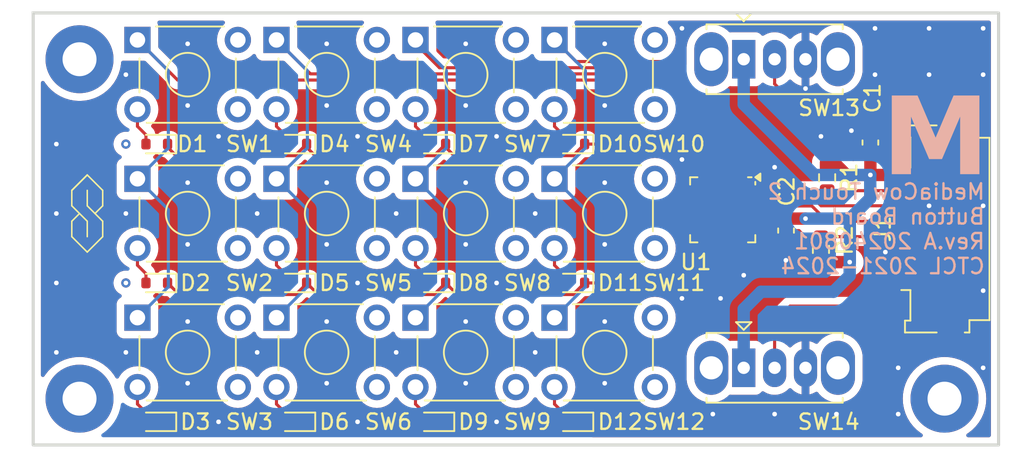
<source format=kicad_pcb>
(kicad_pcb (version 20240108) (generator "pcbnew") (generator_version "8.0")
  (layers (0 "F.Cu" signal) (31 "B.Cu" signal) (34 "B.Paste" user) (35 "F.Paste" user) (36 "B.SilkS" user "B.Silkscreen") (37 "F.SilkS" user "F.Silkscreen") (38 "B.Mask" user) (39 "F.Mask" user) (44 "Edge.Cuts" user))
  (net 0 "")
  (net 1 "GND")
  (net 2 "VCC")
  (net 3 "Net-(D1-A)")
  (net 4 "Net-(D1-K)")
  (net 5 "Net-(D2-A)")
  (net 6 "Net-(D11-K)")
  (net 7 "Net-(D3-A)")
  (net 8 "Net-(D12-K)")
  (net 9 "Net-(D4-A)")
  (net 10 "Net-(D5-A)")
  (net 11 "Net-(D6-A)")
  (net 12 "Net-(D7-A)")
  (net 13 "Net-(D8-A)")
  (net 14 "Net-(D9-A)")
  (net 15 "Net-(D10-A)")
  (net 16 "Net-(D11-A)")
  (net 17 "Net-(D12-A)")
  (net 18 "Net-(J1-Pin_6)")
  (net 19 "Net-(J1-Pin_5)")
  (net 20 "Net-(J1-Pin_2)")
  (net 21 "Net-(J1-Pin_1)")
  (net 22 "Net-(J1-Pin_4)")
  (net 23 "Net-(J1-Pin_7)")
  (net 24 "Net-(U1-ROW7)")
  (net 25 "Net-(U1-ROW6)")
  (net 26 "Net-(U1-ROW5)")
  (net 27 "Net-(U1-ROW4)")
  (footprint "mediacow:SW_TH_Tactile_Omron_B3F-10xx_center" (layer "F.Cu") (at 45 53)
    (property "Reference" "SW2" (at 4 4.5 0) (layer "F.SilkS"))
    (property "Value" "B3F-1052")
    (pad "1" thru_hole rect (at -3.25 -2.25) (size 1.7 1.7) (drill 1) (layers "*.Cu" "*.Mask") (net 27 "Net-(U1-ROW4)"))
    (pad "1" thru_hole circle (at 3.25 -2.25) (size 1.7 1.7) (drill 1) (layers "*.Cu" "*.Mask") (net 27 "Net-(U1-ROW4)"))
    (pad "2" thru_hole circle (at -3.25 2.25) (size 1.7 1.7) (drill 1) (layers "*.Cu" "*.Mask") (net 5 "Net-(D2-A)"))
    (pad "2" thru_hole circle (at 3.25 2.25) (size 1.7 1.7) (drill 1) (layers "*.Cu" "*.Mask") (net 5 "Net-(D2-A)"))
  )
  (footprint "Diode_SMD:D_SOD-523" (layer "F.Cu") (at 70 57.5 180)
    (property "Reference" "D11" (at -3 0 180) (layer "F.SilkS"))
    (property "Value" "1N4148WT")
    (pad "1" smd roundrect (at -0.7 0) (size 0.6 0.7) (layers "F.Cu" "F.Paste" "F.Mask") (net 6 "Net-(D11-K)"))
    (pad "2" smd roundrect (at 0.7 0) (size 0.6 0.7) (layers "F.Cu" "F.Paste" "F.Mask") (net 16 "Net-(D11-A)"))
  )
  (footprint "MountingHole:MountingHole_2.2mm_M2_Pad" (layer "F.Cu") (at 38 65)
    (property "Reference" "H2" (hide yes))
    (property "Value" "MountingHole")
    (pad "1" thru_hole circle (at 0 0) (size 4.4 4.4) (drill 2.2) (layers "*.Cu" "*.Mask"))
  )
  (footprint "mediacow:SW_TH_Tactile_Omron_B3F-10xx_center" (layer "F.Cu") (at 72 44)
    (property "Reference" "SW10" (at 4.5 4.5 0) (layer "F.SilkS"))
    (property "Value" "B3F-1052")
    (pad "1" thru_hole rect (at -3.25 -2.25) (size 1.7 1.7) (drill 1) (layers "*.Cu" "*.Mask") (net 24 "Net-(U1-ROW7)"))
    (pad "1" thru_hole circle (at 3.25 -2.25) (size 1.7 1.7) (drill 1) (layers "*.Cu" "*.Mask") (net 24 "Net-(U1-ROW7)"))
    (pad "2" thru_hole circle (at -3.25 2.25) (size 1.7 1.7) (drill 1) (layers "*.Cu" "*.Mask") (net 15 "Net-(D10-A)"))
    (pad "2" thru_hole circle (at 3.25 2.25) (size 1.7 1.7) (drill 1) (layers "*.Cu" "*.Mask") (net 15 "Net-(D10-A)"))
  )
  (footprint "Resistor_SMD:R_0603_1608Metric" (layer "F.Cu") (at 86 55.325 90)
    (property "Reference" "R2" (at 0.595 1.54 -90) (layer "F.SilkS"))
    (property "Value" "10K")
    (pad "1" smd roundrect (at -0.825 0 90) (size 0.8 0.95) (layers "F.Cu" "F.Paste" "F.Mask") (net 2 "VCC"))
    (pad "2" smd roundrect (at 0.825 0 90) (size 0.8 0.95) (layers "F.Cu" "F.Paste" "F.Mask") (net 22 "Net-(J1-Pin_4)"))
  )
  (footprint "Diode_SMD:D_SOD-523" (layer "F.Cu") (at 43 48.5 180)
    (property "Reference" "D1" (at -2.3 0 180) (layer "F.SilkS"))
    (property "Value" "1N4148WT")
    (pad "1" smd roundrect (at -0.7 0) (size 0.6 0.7) (layers "F.Cu" "F.Paste" "F.Mask") (net 4 "Net-(D1-K)"))
    (pad "2" smd roundrect (at 0.7 0) (size 0.6 0.7) (layers "F.Cu" "F.Paste" "F.Mask") (net 3 "Net-(D1-A)"))
  )
  (footprint "mediacow:SW_TH_Tactile_Omron_B3F-10xx_center" (layer "F.Cu") (at 45 62)
    (property "Reference" "SW3" (at 4 4.5 0) (layer "F.SilkS"))
    (property "Value" "B3F-1052")
    (pad "1" thru_hole rect (at -3.25 -2.25) (size 1.7 1.7) (drill 1) (layers "*.Cu" "*.Mask") (net 27 "Net-(U1-ROW4)"))
    (pad "1" thru_hole circle (at 3.25 -2.25) (size 1.7 1.7) (drill 1) (layers "*.Cu" "*.Mask") (net 27 "Net-(U1-ROW4)"))
    (pad "2" thru_hole circle (at -3.25 2.25) (size 1.7 1.7) (drill 1) (layers "*.Cu" "*.Mask") (net 7 "Net-(D3-A)"))
    (pad "2" thru_hole circle (at 3.25 2.25) (size 1.7 1.7) (drill 1) (layers "*.Cu" "*.Mask") (net 7 "Net-(D3-A)"))
  )
  (footprint "Diode_SMD:D_SOD-523" (layer "F.Cu") (at 52 66.5 180)
    (property "Reference" "D6" (at -2.5 0 180) (layer "F.SilkS"))
    (property "Value" "1N4148WT")
    (pad "1" smd roundrect (at -0.7 0) (size 0.6 0.7) (layers "F.Cu" "F.Paste" "F.Mask") (net 8 "Net-(D12-K)"))
    (pad "2" smd roundrect (at 0.7 0) (size 0.6 0.7) (layers "F.Cu" "F.Paste" "F.Mask") (net 11 "Net-(D6-A)"))
  )
  (footprint "mediacow:SW_TH_Tactile_Omron_B3F-10xx_center" (layer "F.Cu") (at 63 62)
    (property "Reference" "SW9" (at 4 4.5 0) (layer "F.SilkS"))
    (property "Value" "B3F-1052")
    (pad "1" thru_hole rect (at -3.25 -2.25) (size 1.7 1.7) (drill 1) (layers "*.Cu" "*.Mask") (net 25 "Net-(U1-ROW6)"))
    (pad "1" thru_hole circle (at 3.25 -2.25) (size 1.7 1.7) (drill 1) (layers "*.Cu" "*.Mask") (net 25 "Net-(U1-ROW6)"))
    (pad "2" thru_hole circle (at -3.25 2.25) (size 1.7 1.7) (drill 1) (layers "*.Cu" "*.Mask") (net 14 "Net-(D9-A)"))
    (pad "2" thru_hole circle (at 3.25 2.25) (size 1.7 1.7) (drill 1) (layers "*.Cu" "*.Mask") (net 14 "Net-(D9-A)"))
  )
  (footprint "Diode_SMD:D_SOD-523" (layer "F.Cu") (at 43 66.5 180)
    (property "Reference" "D3" (at -2.5 0 180) (layer "F.SilkS"))
    (property "Value" "1N4148WT")
    (pad "1" smd roundrect (at -0.7 0) (size 0.6 0.7) (layers "F.Cu" "F.Paste" "F.Mask") (net 8 "Net-(D12-K)"))
    (pad "2" smd roundrect (at 0.7 0) (size 0.6 0.7) (layers "F.Cu" "F.Paste" "F.Mask") (net 7 "Net-(D3-A)"))
  )
  (footprint "mediacow:SW_TH_Tactile_Omron_B3F-10xx_center" (layer "F.Cu") (at 63 53)
    (property "Reference" "SW8" (at 4 4.5 0) (layer "F.SilkS"))
    (property "Value" "B3F-1052")
    (pad "1" thru_hole rect (at -3.25 -2.25) (size 1.7 1.7) (drill 1) (layers "*.Cu" "*.Mask") (net 25 "Net-(U1-ROW6)"))
    (pad "1" thru_hole circle (at 3.25 -2.25) (size 1.7 1.7) (drill 1) (layers "*.Cu" "*.Mask") (net 25 "Net-(U1-ROW6)"))
    (pad "2" thru_hole circle (at -3.25 2.25) (size 1.7 1.7) (drill 1) (layers "*.Cu" "*.Mask") (net 13 "Net-(D8-A)"))
    (pad "2" thru_hole circle (at 3.25 2.25) (size 1.7 1.7) (drill 1) (layers "*.Cu" "*.Mask") (net 13 "Net-(D8-A)"))
  )
  (footprint "mediacow:SW_TH_Tactile_Omron_B3F-10xx_center" (layer "F.Cu") (at 54 44)
    (property "Reference" "SW4" (at 4 4.5 0) (layer "F.SilkS"))
    (property "Value" "B3F-1052")
    (pad "1" thru_hole rect (at -3.25 -2.25) (size 1.7 1.7) (drill 1) (layers "*.Cu" "*.Mask") (net 26 "Net-(U1-ROW5)"))
    (pad "1" thru_hole circle (at 3.25 -2.25) (size 1.7 1.7) (drill 1) (layers "*.Cu" "*.Mask") (net 26 "Net-(U1-ROW5)"))
    (pad "2" thru_hole circle (at -3.25 2.25) (size 1.7 1.7) (drill 1) (layers "*.Cu" "*.Mask") (net 9 "Net-(D4-A)"))
    (pad "2" thru_hole circle (at 3.25 2.25) (size 1.7 1.7) (drill 1) (layers "*.Cu" "*.Mask") (net 9 "Net-(D4-A)"))
  )
  (footprint "MountingHole:MountingHole_2.2mm_M2_Pad" (layer "F.Cu") (at 38 43)
    (property "Reference" "H1" (hide yes))
    (property "Value" "MountingHole")
    (pad "1" thru_hole circle (at 0 0) (size 4.4 4.4) (drill 2.2) (layers "*.Cu" "*.Mask"))
  )
  (footprint "mediacow:SW_Slide_SPDT_Straight_CK_OS102011MS2Q_center" (layer "F.Cu") (at 83 63)
    (property "Reference" "SW14" (at 3.5 3.5 0) (layer "F.SilkS"))
    (property "Value" "OS102011MS2QN1C")
    (pad "" thru_hole oval (at -4.1 0) (size 2.2 3.5) (drill 1.5) (layers "*.Cu" "*.Mask"))
    (pad "" thru_hole oval (at 4.1 0) (size 2.2 3.5) (drill 1.5) (layers "*.Cu" "*.Mask"))
    (pad "1" thru_hole rect (at -2 0) (size 1.5 2.5) (drill 0.8) (layers "*.Cu" "*.Mask") (net 2 "VCC"))
    (pad "2" thru_hole oval (at 0 0) (size 1.5 2.5) (drill 0.8) (layers "*.Cu" "*.Mask") (net 21 "Net-(J1-Pin_1)"))
    (pad "3" thru_hole oval (at 2 0) (size 1.5 2.5) (drill 0.8) (layers "*.Cu" "*.Mask") (net 1 "GND"))
  )
  (footprint "mediacow:SW_Slide_SPDT_Straight_CK_OS102011MS2Q_center" (layer "F.Cu") (at 83 43)
    (property "Reference" "SW13" (at 3.53 3.16 0) (layer "F.SilkS"))
    (property "Value" "OS102011MS2QN1C")
    (pad "" thru_hole oval (at -4.1 0) (size 2.2 3.5) (drill 1.5) (layers "*.Cu" "*.Mask"))
    (pad "" thru_hole oval (at 4.1 0) (size 2.2 3.5) (drill 1.5) (layers "*.Cu" "*.Mask"))
    (pad "1" thru_hole rect (at -2 0) (size 1.5 2.5) (drill 0.8) (layers "*.Cu" "*.Mask") (net 2 "VCC"))
    (pad "2" thru_hole oval (at 0 0) (size 1.5 2.5) (drill 0.8) (layers "*.Cu" "*.Mask") (net 20 "Net-(J1-Pin_2)"))
    (pad "3" thru_hole oval (at 2 0) (size 1.5 2.5) (drill 0.8) (layers "*.Cu" "*.Mask") (net 1 "GND"))
  )
  (footprint "Diode_SMD:D_SOD-523" (layer "F.Cu") (at 52 48.5 180)
    (property "Reference" "D4" (at -2.5 0 180) (layer "F.SilkS"))
    (property "Value" "1N4148WT")
    (pad "1" smd roundrect (at -0.7 0) (size 0.6 0.7) (layers "F.Cu" "F.Paste" "F.Mask") (net 4 "Net-(D1-K)"))
    (pad "2" smd roundrect (at 0.7 0) (size 0.6 0.7) (layers "F.Cu" "F.Paste" "F.Mask") (net 9 "Net-(D4-A)"))
  )
  (footprint "Diode_SMD:D_SOD-523" (layer "F.Cu") (at 52 57.5 180)
    (property "Reference" "D5" (at -2.5 0 180) (layer "F.SilkS"))
    (property "Value" "1N4148WT")
    (pad "1" smd roundrect (at -0.7 0) (size 0.6 0.7) (layers "F.Cu" "F.Paste" "F.Mask") (net 6 "Net-(D11-K)"))
    (pad "2" smd roundrect (at 0.7 0) (size 0.6 0.7) (layers "F.Cu" "F.Paste" "F.Mask") (net 10 "Net-(D5-A)"))
  )
  (footprint "Diode_SMD:D_SOD-523" (layer "F.Cu") (at 61 57.5 180)
    (property "Reference" "D8" (at -2.5 0 180) (layer "F.SilkS"))
    (property "Value" "1N4148WT")
    (pad "1" smd roundrect (at -0.7 0) (size 0.6 0.7) (layers "F.Cu" "F.Paste" "F.Mask") (net 6 "Net-(D11-K)"))
    (pad "2" smd roundrect (at 0.7 0) (size 0.6 0.7) (layers "F.Cu" "F.Paste" "F.Mask") (net 13 "Net-(D8-A)"))
  )
  (footprint "Connector_FFC-FPC:Molex_200528-0080_1x08-1MP_P1.00mm_Horizontal" (layer "F.Cu") (at 92.61 54 90)
    (property "Reference" "J1" (at 0 -2.61 -90) (layer "F.SilkS"))
    (property "Value" "Conn_01x08")
    (pad "1" smd rect (at -3.5 -0.91 90) (size 0.4 1) (layers "F.Cu" "F.Paste" "F.Mask") (net 21 "Net-(J1-Pin_1)"))
    (pad "2" smd rect (at -2.5 -0.91 90) (size 0.4 1) (layers "F.Cu" "F.Paste" "F.Mask") (net 20 "Net-(J1-Pin_2)"))
    (pad "3" smd rect (at -1.5 -0.91 90) (size 0.4 1) (layers "F.Cu" "F.Paste" "F.Mask") (net 1 "GND"))
    (pad "4" smd rect (at -0.5 -0.91 90) (size 0.4 1) (layers "F.Cu" "F.Paste" "F.Mask") (net 22 "Net-(J1-Pin_4)"))
    (pad "5" smd rect (at 0.5 -0.91 90) (size 0.4 1) (layers "F.Cu" "F.Paste" "F.Mask") (net 19 "Net-(J1-Pin_5)"))
    (pad "6" smd rect (at 1.5 -0.91 90) (size 0.4 1) (layers "F.Cu" "F.Paste" "F.Mask") (net 18 "Net-(J1-Pin_6)"))
    (pad "7" smd rect (at 2.5 -0.91 90) (size 0.4 1) (layers "F.Cu" "F.Paste" "F.Mask") (net 23 "Net-(J1-Pin_7)"))
    (pad "8" smd rect (at 3.5 -0.91 90) (size 0.4 1) (layers "F.Cu" "F.Paste" "F.Mask") (net 2 "VCC"))
    (pad "MP" smd rect (at -6.3 1.79 90) (size 2 1.3) (layers "F.Cu" "F.Paste" "F.Mask"))
    (pad "MP" smd rect (at 6.3 1.79 90) (size 2 1.3) (layers "F.Cu" "F.Paste" "F.Mask"))
  )
  (footprint "Package_DFN_QFN:Texas_RTW_WQFN-24-1EP_4x4mm_P0.5mm_EP2.7x2.7mm" (layer "F.Cu") (at 79.64 52.76 -90)
    (property "Reference" "U1" (at 3.39 1.74 0) (layer "F.SilkS"))
    (property "Value" "TCA8418")
    (pad "1" smd roundrect (at -1.9625 -1.25 270) (size 0.825 0.25) (layers "F.Cu" "F.Paste" "F.Mask") (net 24 "Net-(U1-ROW7)"))
    (pad "2" smd roundrect (at -1.9625 -0.75 270) (size 0.825 0.25) (layers "F.Cu" "F.Paste" "F.Mask") (net 25 "Net-(U1-ROW6)"))
    (pad "3" smd roundrect (at -1.9625 -0.25 270) (size 0.825 0.25) (layers "F.Cu" "F.Paste" "F.Mask") (net 26 "Net-(U1-ROW5)"))
    (pad "4" smd roundrect (at -1.9625 0.25 270) (size 0.825 0.25) (layers "F.Cu" "F.Paste" "F.Mask") (net 27 "Net-(U1-ROW4)"))
    (pad "5" smd roundrect (at -1.9625 0.75 270) (size 0.825 0.25) (layers "F.Cu" "F.Paste" "F.Mask"))
    (pad "6" smd roundrect (at -1.9625 1.25 270) (size 0.825 0.25) (layers "F.Cu" "F.Paste" "F.Mask"))
    (pad "7" smd roundrect (at -1.25 1.9625 270) (size 0.25 0.825) (layers "F.Cu" "F.Paste" "F.Mask"))
    (pad "8" smd roundrect (at -0.75 1.9625 270) (size 0.25 0.825) (layers "F.Cu" "F.Paste" "F.Mask"))
    (pad "9" smd roundrect (at -0.25 1.9625 270) (size 0.25 0.825) (layers "F.Cu" "F.Paste" "F.Mask") (net 4 "Net-(D1-K)"))
    (pad "10" smd roundrect (at 0.25 1.9625 270) (size 0.25 0.825) (layers "F.Cu" "F.Paste" "F.Mask") (net 6 "Net-(D11-K)"))
    (pad "11" smd roundrect (at 0.75 1.9625 270) (size 0.25 0.825) (layers "F.Cu" "F.Paste" "F.Mask") (net 8 "Net-(D12-K)"))
    (pad "12" smd roundrect (at 1.25 1.9625 270) (size 0.25 0.825) (layers "F.Cu" "F.Paste" "F.Mask"))
    (pad "13" smd roundrect (at 1.9625 1.25 270) (size 0.825 0.25) (layers "F.Cu" "F.Paste" "F.Mask"))
    (pad "14" smd roundrect (at 1.9625 0.75 270) (size 0.825 0.25) (layers "F.Cu" "F.Paste" "F.Mask"))
    (pad "15" smd roundrect (at 1.9625 0.25 270) (size 0.825 0.25) (layers "F.Cu" "F.Paste" "F.Mask"))
    (pad "16" smd roundrect (at 1.9625 -0.25 270) (size 0.825 0.25) (layers "F.Cu" "F.Paste" "F.Mask"))
    (pad "17" smd roundrect (at 1.9625 -0.75 270) (size 0.825 0.25) (layers "F.Cu" "F.Paste" "F.Mask"))
    (pad "18" smd roundrect (at 1.9625 -1.25 270) (size 0.825 0.25) (layers "F.Cu" "F.Paste" "F.Mask"))
    (pad "19" smd roundrect (at 1.25 -1.9625 270) (size 0.25 0.825) (layers "F.Cu" "F.Paste" "F.Mask") (net 1 "GND"))
    (pad "20" smd roundrect (at 0.75 -1.9625 270) (size 0.25 0.825) (layers "F.Cu" "F.Paste" "F.Mask") (net 22 "Net-(J1-Pin_4)"))
    (pad "21" smd roundrect (at 0.25 -1.9625 270) (size 0.25 0.825) (layers "F.Cu" "F.Paste" "F.Mask") (net 2 "VCC"))
    (pad "22" smd roundrect (at -0.25 -1.9625 270) (size 0.25 0.825) (layers "F.Cu" "F.Paste" "F.Mask") (net 19 "Net-(J1-Pin_5)"))
    (pad "23" smd roundrect (at -0.75 -1.9625 270) (size 0.25 0.825) (layers "F.Cu" "F.Paste" "F.Mask") (net 18 "Net-(J1-Pin_6)"))
    (pad "24" smd roundrect (at -1.25 -1.9625 270) (size 0.25 0.825) (layers "F.Cu" "F.Paste" "F.Mask") (net 23 "Net-(J1-Pin_7)"))
    (pad "25" smd rect (at 0 0 270) (size 2.7 2.7) (property pad_prop_heatsink) (layers "F.Cu" "F.Mask"))
  )
  (footprint "Diode_SMD:D_SOD-523" (layer "F.Cu") (at 43 57.5 180)
    (property "Reference" "D2" (at -2.5 0 180) (layer "F.SilkS"))
    (property "Value" "1N4148WT")
    (pad "1" smd roundrect (at -0.7 0) (size 0.6 0.7) (layers "F.Cu" "F.Paste" "F.Mask") (net 6 "Net-(D11-K)"))
    (pad "2" smd roundrect (at 0.7 0) (size 0.6 0.7) (layers "F.Cu" "F.Paste" "F.Mask") (net 5 "Net-(D2-A)"))
  )
  (footprint "mediacow:SW_TH_Tactile_Omron_B3F-10xx_center" (layer "F.Cu") (at 54 53)
    (property "Reference" "SW5" (at 4 4.5 0) (layer "F.SilkS"))
    (property "Value" "B3F-1052")
    (pad "1" thru_hole rect (at -3.25 -2.25) (size 1.7 1.7) (drill 1) (layers "*.Cu" "*.Mask") (net 26 "Net-(U1-ROW5)"))
    (pad "1" thru_hole circle (at 3.25 -2.25) (size 1.7 1.7) (drill 1) (layers "*.Cu" "*.Mask") (net 26 "Net-(U1-ROW5)"))
    (pad "2" thru_hole circle (at -3.25 2.25) (size 1.7 1.7) (drill 1) (layers "*.Cu" "*.Mask") (net 10 "Net-(D5-A)"))
    (pad "2" thru_hole circle (at 3.25 2.25) (size 1.7 1.7) (drill 1) (layers "*.Cu" "*.Mask") (net 10 "Net-(D5-A)"))
  )
  (footprint "Diode_SMD:D_SOD-523" (layer "F.Cu") (at 70 66.5 180)
    (property "Reference" "D12" (at -3 0 180) (layer "F.SilkS"))
    (property "Value" "1N4148WT")
    (pad "1" smd roundrect (at -0.7 0) (size 0.6 0.7) (layers "F.Cu" "F.Paste" "F.Mask") (net 8 "Net-(D12-K)"))
    (pad "2" smd roundrect (at 0.7 0) (size 0.6 0.7) (layers "F.Cu" "F.Paste" "F.Mask") (net 17 "Net-(D12-A)"))
  )
  (footprint "mediacow:SW_TH_Tactile_Omron_B3F-10xx_center" (layer "F.Cu") (at 72 53)
    (property "Reference" "SW11" (at 4.5 4.5 0) (layer "F.SilkS"))
    (property "Value" "B3F-1052")
    (pad "1" thru_hole rect (at -3.25 -2.25) (size 1.7 1.7) (drill 1) (layers "*.Cu" "*.Mask") (net 24 "Net-(U1-ROW7)"))
    (pad "1" thru_hole circle (at 3.25 -2.25) (size 1.7 1.7) (drill 1) (layers "*.Cu" "*.Mask") (net 24 "Net-(U1-ROW7)"))
    (pad "2" thru_hole circle (at -3.25 2.25) (size 1.7 1.7) (drill 1) (layers "*.Cu" "*.Mask") (net 16 "Net-(D11-A)"))
    (pad "2" thru_hole circle (at 3.25 2.25) (size 1.7 1.7) (drill 1) (layers "*.Cu" "*.Mask") (net 16 "Net-(D11-A)"))
  )
  (footprint "mediacow:SW_TH_Tactile_Omron_B3F-10xx_center" (layer "F.Cu") (at 63 44)
    (property "Reference" "SW7" (at 4 4.5 0) (layer "F.SilkS"))
    (property "Value" "B3F-1052")
    (pad "1" thru_hole rect (at -3.25 -2.25) (size 1.7 1.7) (drill 1) (layers "*.Cu" "*.Mask") (net 25 "Net-(U1-ROW6)"))
    (pad "1" thru_hole circle (at 3.25 -2.25) (size 1.7 1.7) (drill 1) (layers "*.Cu" "*.Mask") (net 25 "Net-(U1-ROW6)"))
    (pad "2" thru_hole circle (at -3.25 2.25) (size 1.7 1.7) (drill 1) (layers "*.Cu" "*.Mask") (net 12 "Net-(D7-A)"))
    (pad "2" thru_hole circle (at 3.25 2.25) (size 1.7 1.7) (drill 1) (layers "*.Cu" "*.Mask") (net 12 "Net-(D7-A)"))
  )
  (footprint "Resistor_SMD:R_0603_1608Metric" (layer "F.Cu") (at 86.4 50.685 -90)
    (property "Reference" "R1" (at 0 -1.43 90) (layer "F.SilkS"))
    (property "Value" "10K")
    (pad "1" smd roundrect (at -0.825 0 270) (size 0.8 0.95) (layers "F.Cu" "F.Paste" "F.Mask") (net 2 "VCC"))
    (pad "2" smd roundrect (at 0.825 0 270) (size 0.8 0.95) (layers "F.Cu" "F.Paste" "F.Mask") (net 23 "Net-(J1-Pin_7)"))
  )
  (footprint "mediacow:SW_TH_Tactile_Omron_B3F-10xx_center" (layer "F.Cu") (at 45 44)
    (property "Reference" "SW1" (at 4 4.5 0) (layer "F.SilkS"))
    (property "Value" "B3F-1052")
    (pad "1" thru_hole rect (at -3.25 -2.25) (size 1.7 1.7) (drill 1) (layers "*.Cu" "*.Mask") (net 27 "Net-(U1-ROW4)"))
    (pad "1" thru_hole circle (at 3.25 -2.25) (size 1.7 1.7) (drill 1) (layers "*.Cu" "*.Mask") (net 27 "Net-(U1-ROW4)"))
    (pad "2" thru_hole circle (at -3.25 2.25) (size 1.7 1.7) (drill 1) (layers "*.Cu" "*.Mask") (net 3 "Net-(D1-A)"))
    (pad "2" thru_hole circle (at 3.25 2.25) (size 1.7 1.7) (drill 1) (layers "*.Cu" "*.Mask") (net 3 "Net-(D1-A)"))
  )
  (footprint "Diode_SMD:D_SOD-523" (layer "F.Cu") (at 61 66.5 180)
    (property "Reference" "D9" (at -2.5 0 180) (layer "F.SilkS"))
    (property "Value" "1N4148WT")
    (pad "1" smd roundrect (at -0.7 0) (size 0.6 0.7) (layers "F.Cu" "F.Paste" "F.Mask") (net 8 "Net-(D12-K)"))
    (pad "2" smd roundrect (at 0.7 0) (size 0.6 0.7) (layers "F.Cu" "F.Paste" "F.Mask") (net 14 "Net-(D9-A)"))
  )
  (footprint "Capacitor_SMD:C_0603_1608Metric" (layer "F.Cu") (at 89.2 48.4 90)
    (property "Reference" "C1" (at 2.875 0.14 -90) (layer "F.SilkS"))
    (property "Value" "100nF")
    (pad "1" smd roundrect (at -0.775 0 90) (size 0.9 0.95) (layers "F.Cu" "F.Paste" "F.Mask") (net 2 "VCC"))
    (pad "2" smd roundrect (at 0.775 0 90) (size 0.9 0.95) (layers "F.Cu" "F.Paste" "F.Mask") (net 1 "GND"))
  )
  (footprint "MountingHole:MountingHole_2.2mm_M2_Pad" (layer "F.Cu") (at 94 65)
    (property "Reference" "H4" (hide yes))
    (property "Value" "MountingHole")
    (pad "1" thru_hole circle (at 0 0) (size 4.4 4.4) (drill 2.2) (layers "*.Cu" "*.Mask"))
  )
  (footprint "Diode_SMD:D_SOD-523" (layer "F.Cu") (at 61 48.5 180)
    (property "Reference" "D7" (at -2.5 0 180) (layer "F.SilkS"))
    (property "Value" "1N4148WT")
    (pad "1" smd roundrect (at -0.7 0) (size 0.6 0.7) (layers "F.Cu" "F.Paste" "F.Mask") (net 4 "Net-(D1-K)"))
    (pad "2" smd roundrect (at 0.7 0) (size 0.6 0.7) (layers "F.Cu" "F.Paste" "F.Mask") (net 12 "Net-(D7-A)"))
  )
  (footprint "Diode_SMD:D_SOD-523" (layer "F.Cu") (at 70 48.5 180)
    (property "Reference" "D10" (at -3 0 180) (layer "F.SilkS"))
    (property "Value" "1N4148WT")
    (pad "1" smd roundrect (at -0.7 0) (size 0.6 0.7) (layers "F.Cu" "F.Paste" "F.Mask") (net 4 "Net-(D1-K)"))
    (pad "2" smd roundrect (at 0.7 0) (size 0.6 0.7) (layers "F.Cu" "F.Paste" "F.Mask") (net 15 "Net-(D10-A)"))
  )
  (footprint "Capacitor_SMD:C_0603_1608Metric" (layer "F.Cu") (at 83.74 54.105 -90)
    (property "Reference" "C2" (at -2.535 -0.03 90) (layer "F.SilkS"))
    (property "Value" "1uF")
    (pad "1" smd roundrect (at -0.775 0 270) (size 0.9 0.95) (layers "F.Cu" "F.Paste" "F.Mask") (net 2 "VCC"))
    (pad "2" smd roundrect (at 0.775 0 270) (size 0.9 0.95) (layers "F.Cu" "F.Paste" "F.Mask") (net 1 "GND"))
  )
  (footprint "mediacow:SW_TH_Tactile_Omron_B3F-10xx_center" (layer "F.Cu") (at 72 62)
    (property "Reference" "SW12" (at 4.5 4.5 0) (layer "F.SilkS"))
    (property "Value" "B3F-1052")
    (pad "1" thru_hole rect (at -3.25 -2.25) (size 1.7 1.7) (drill 1) (layers "*.Cu" "*.Mask") (net 24 "Net-(U1-ROW7)"))
    (pad "1" thru_hole circle (at 3.25 -2.25) (size 1.7 1.7) (drill 1) (layers "*.Cu" "*.Mask") (net 24 "Net-(U1-ROW7)"))
    (pad "2" thru_hole circle (at -3.25 2.25) (size 1.7 1.7) (drill 1) (layers "*.Cu" "*.Mask") (net 17 "Net-(D12-A)"))
    (pad "2" thru_hole circle (at 3.25 2.25) (size 1.7 1.7) (drill 1) (layers "*.Cu" "*.Mask") (net 17 "Net-(D12-A)"))
  )
  (footprint "mediacow:SW_TH_Tactile_Omron_B3F-10xx_center" (layer "F.Cu") (at 54 62)
    (property "Reference" "SW6" (at 4 4.5 0) (layer "F.SilkS"))
    (property "Value" "B3F-1052")
    (pad "1" thru_hole rect (at -3.25 -2.25) (size 1.7 1.7) (drill 1) (layers "*.Cu" "*.Mask") (net 26 "Net-(U1-ROW5)"))
    (pad "1" thru_hole circle (at 3.25 -2.25) (size 1.7 1.7) (drill 1) (layers "*.Cu" "*.Mask") (net 26 "Net-(U1-ROW5)"))
    (pad "2" thru_hole circle (at -3.25 2.25) (size 1.7 1.7) (drill 1) (layers "*.Cu" "*.Mask") (net 11 "Net-(D6-A)"))
    (pad "2" thru_hole circle (at 3.25 2.25) (size 1.7 1.7) (drill 1) (layers "*.Cu" "*.Mask") (net 11 "Net-(D6-A)"))
  )
  (gr_line (start 39.5 51.5) (end 38.5 50.5) (stroke (width 0.1)) (layer "F.SilkS"))
  (gr_line (start 38.5 55.5) (end 37.5 54.5) (stroke (width 0.1)) (layer "F.SilkS"))
  (gr_line (start 39.5 51.5) (end 39.5 52.5) (stroke (width 0.1)) (layer "F.SilkS"))
  (gr_line (start 39.5 52.5) (end 39 53) (stroke (width 0.1)) (layer "F.SilkS"))
  (gr_line (start 37.5 54.5) (end 37.5 53.5) (stroke (width 0.1)) (layer "F.SilkS"))
  (gr_line (start 37.5 51.5) (end 38.5 50.5) (stroke (width 0.1)) (layer "F.SilkS"))
  (gr_line (start 38.5 52.5) (end 39.5 53.5) (stroke (width 0.1)) (layer "F.SilkS"))
  (gr_line (start 37.5 53.5) (end 38 53) (stroke (width 0.1)) (layer "F.SilkS"))
  (gr_line (start 37.5 52.5) (end 38.5 53.5) (stroke (width 0.1)) (layer "F.SilkS"))
  (gr_line (start 38.5 51.5) (end 38.5 52.5) (stroke (width 0.1)) (layer "F.SilkS"))
  (gr_line (start 37.5 52.5) (end 37.5 51.5) (stroke (width 0.1)) (layer "F.SilkS"))
  (gr_line (start 39.5 53.5) (end 39.5 54.5) (stroke (width 0.1)) (layer "F.SilkS"))
  (gr_line (start 38.5 53.5) (end 38.5 54.5) (stroke (width 0.1)) (layer "F.SilkS"))
  (gr_line (start 38.5 50.5) (end 37.5 51.5) (stroke (width 0.1)) (layer "F.SilkS"))
  (gr_line (start 38.5 55.5) (end 39.5 54.5) (stroke (width 0.1)) (layer "F.SilkS"))
  (gr_rect (start 35 40) (end 97.5 68) (stroke (width 0.2)) (fill none) (layer "Edge.Cuts"))
  (gr_text "MediaCow Touch 2\nButton Board\nRev.A 20240801\nCTCL 2021-2024" (at 96.7 57 0) (layer "B.SilkS") (effects (font (size 1 1) (thickness 0.153)) (justify left bottom mirror)))
  (gr_text "M" (at 96.9 51.3 0) (layer "B.SilkS") (effects (font (size 5 5) (thickness 0.3) (bold yes)) (justify left bottom mirror)))
  (via (at 41 57.5) (size 0.6) (drill 0.3) (layers "F.Cu" "B.Cu") (net 0))
  (via (at 41 48.5) (size 0.6) (drill 0.3) (layers "F.Cu" "B.Cu") (net 0))
  (segment (start 81.6025 54.01) (end 82.194314 54.01) (width 0.2) (layer "F.Cu") (net 1))
  (segment (start 83.73 56.03) (end 83.74 56.02) (width 0.8) (layer "F.Cu") (net 1))
  (segment (start 94.4 46.9) (end 94.4 47.7) (width 0.8) (layer "F.Cu") (net 1))
  (segment (start 82.194314 54.01) (end 83.064314 54.88) (width 0.2) (layer "F.Cu") (net 1))
  (segment (start 90.17 55.5) (end 91.7 55.5) (width 0.8) (layer "F.Cu") (net 1))
  (segment (start 87.97 47.63) (end 89.195 47.63) (width 0.8) (layer "F.Cu") (net 1))
  (segment (start 89.195 47.63) (end 89.2 47.625) (width 0.2) (layer "F.Cu") (net 1))
  (segment (start 83.74 56.02) (end 83.74 54.88) (width 0.8) (layer "F.Cu") (net 1))
  (segment (start 83.064314 54.88) (end 83.74 54.88) (width 0.2) (layer "F.Cu") (net 1))
  (via (at 54 42) (size 0.6) (drill 0.3) (layers "F.Cu" "B.Cu") (net 1))
  (via (at 72 51) (size 0.6) (drill 0.3) (layers "F.Cu" "B.Cu") (net 1))
  (via (at 45 46) (size 0.6) (drill 0.3) (layers "F.Cu" "B.Cu") (net 1))
  (via (at 96.5 41) (size 0.6) (drill 0.3) (layers "F.Cu" "B.Cu") (net 1))
  (via (at 45 51) (size 0.6) (drill 0.3) (layers "F.Cu" "B.Cu") (net 1))
  (via (at 47 66.5) (size 0.6) (drill 0.3) (layers "F.Cu" "B.Cu") (net 1))
  (via (at 96.5 44) (size 0.6) (drill 0.3) (layers "F.Cu" "B.Cu") (net 1))
  (via (at 63 64) (size 0.6) (drill 0.3) (layers "F.Cu" "B.Cu") (net 1))
  (via (at 72 64) (size 0.6) (drill 0.3) (layers "F.Cu" "B.Cu") (net 1))
  (via (at 89.5 44) (size 0.6) (drill 0.3) (layers "F.Cu" "B.Cu") (net 1))
  (via (at 49.5 62) (size 0.6) (drill 0.3) (layers "F.Cu" "B.Cu") (net 1))
  (via (at 77 49.5) (size 0.6) (drill 0.3) (layers "F.Cu" "B.Cu") (net 1))
  (via (at 91 63) (size 0.6) (drill 0.3) (layers "F.Cu" "B.Cu") (net 1))
  (via (at 63 46) (size 0.6) (drill 0.3) (layers "F.Cu" "B.Cu") (net 1))
  (via (at 65 48) (size 0.6) (drill 0.3) (layers "F.Cu" "B.Cu") (net 1))
  (via (at 63 51) (size 0.6) (drill 0.3) (layers "F.Cu" "B.Cu") (net 1))
  (via (at 96.5 63) (size 0.6) (drill 0.3) (layers "F.Cu" "B.Cu") (net 1))
  (via (at 36.5 57.5) (size 0.6) (drill 0.3) (layers "F.Cu" "B.Cu") (net 1))
  (via (at 72 42) (size 0.6) (drill 0.3) (layers "F.Cu" "B.Cu") (net 1))
  (via (at 83 66) (size 0.6) (drill 0.3) (layers "F.Cu" "B.Cu") (net 1))
  (via (at 87.97 47.63) (size 0.6) (drill 0.3) (layers "F.Cu" "B.Cu") (net 1))
  (via (at 45 55) (size 0.6) (drill 0.3) (layers "F.Cu" "B.Cu") (net 1))
  (via (at 54 60) (size 0.6) (drill 0.3) (layers "F.Cu" "B.Cu") (net 1))
  (via (at 45 60) (size 0.6) (drill 0.3) (layers "F.Cu" "B.Cu") (net 1))
  (via (at 63 55) (size 0.6) (drill 0.3) (layers "F.Cu" "B.Cu") (net 1))
  (via (at 93 41) (size 0.6) (drill 0.3) (layers "F.Cu" "B.Cu") (net 1))
  (via (at 83 50) (size 0.6) (drill 0.3) (layers "F.Cu" "B.Cu") (net 1))
  (via (at 90.17 55.5) (size 0.6) (drill 0.3) (layers "F.Cu" "B.Cu") (net 1))
  (via (at 77 58.5) (size 0.6) (drill 0.3) (layers "F.Cu" "B.Cu") (net 1))
  (via (at 67.5 53) (size 0.6) (drill 0.3) (layers "F.Cu" "B.Cu") (net 1))
  (via (at 54 46) (size 0.6) (drill 0.3) (layers "F.Cu" "B.Cu") (net 1))
  (via (at 86 48) (size 0.6) (drill 0.3) (layers "F.Cu" "B.Cu") (net 1))
  (via (at 45 64) (size 0.6) (drill 0.3) (layers "F.Cu" "B.Cu") (net 1))
  (via (at 72 55) (size 0.6) (drill 0.3) (layers "F.Cu" "B.Cu") (net 1))
  (via (at 83.73 56.03) (size 0.6) (drill 0.3) (layers "F.Cu" "B.Cu") (net 1))
  (via (at 79.5 58.5) (size 0.6) (drill 0.3) (layers "F.Cu" "B.Cu") (net 1))
  (via (at 54 51) (size 0.6) (drill 0.3) (layers "F.Cu" "B.Cu") (net 1))
  (via (at 36.5 48.5) (size 0.6) (drill 0.3) (layers "F.Cu" "B.Cu") (net 1))
  (via (at 93 52.5) (size 0.6) (drill 0.3) (layers "F.Cu" "B.Cu") (net 1))
  (via (at 41 62) (size 0.6) (drill 0.3) (layers "F.Cu" "B.Cu") (net 1))
  (via (at 36.5 62) (size 0.6) (drill 0.3) (layers "F.Cu" "B.Cu") (net 1))
  (via (at 45 42) (size 0.6) (drill 0.3) (layers "F.Cu" "B.Cu") (net 1))
  (via (at 56 57.5) (size 0.6) (drill 0.3) (layers "F.Cu" "B.Cu") (net 1))
  (via (at 63 42) (size 0.6) (drill 0.3) (layers "F.Cu" "B.Cu") (net 1))
  (via (at 65 66.5) (size 0.6) (drill 0.3) (layers "F.Cu" "B.Cu") (net 1))
  (via (at 79 66) (size 0.6) (drill 0.3) (layers "F.Cu" "B.Cu") (net 1))
  (via (at 41 44) (size 0.6) (drill 0.3) (layers "F.Cu" "B.Cu") (net 1))
  (via (at 91 66) (size 0.6) (drill 0.3) (layers "F.Cu" "B.Cu") (net 1))
  (via (at 81 57) (size 0.6) (drill 0.3) (layers "F.Cu" "B.Cu") (net 1))
  (via (at 36.5 53) (size 0.6) (drill 0.3) (layers "F.Cu" "B.Cu") (net 1))
  (via (at 56 66.5) (size 0.6) (drill 0.3) (layers "F.Cu" "B.Cu") (net 1))
  (via (at 72 46) (size 0.6) (drill 0.3) (layers "F.Cu" "B.Cu") (net 1))
  (via (at 49.5 53) (size 0.6) (drill 0.3) (layers "F.Cu" "B.Cu") (net 1))
  (via (at 93 44) (size 0.6) (drill 0.3) (layers "F.Cu" "B.Cu") (net 1))
  (via (at 54 55) (size 0.6) (drill 0.3) (layers "F.Cu" "B.Cu") (net 1))
  (via (at 56 48) (size 0.6) (drill 0.3) (layers "F.Cu" "B.Cu") (net 1))
  (via (at 67.5 62) (size 0.6) (drill 0.3) (layers "F.Cu" "B.Cu") (net 1))
  (via (at 89.5 41) (size 0.6) (drill 0.3) (layers "F.Cu" "B.Cu") (net 1))
  (via (at 96.5 52.5) (size 0.6) (drill 0.3) (layers "F.Cu" "B.Cu") (net 1))
  (via (at 63 60) (size 0.6) (drill 0.3) (layers "F.Cu" "B.Cu") (net 1))
  (via (at 41 53) (size 0.6) (drill 0.3) (layers "F.Cu" "B.Cu") (net 1))
  (via (at 87 66) (size 0.6) (drill 0.3) (layers "F.Cu" "B.Cu") (net 1))
  (via (at 47 48) (size 0.6) (drill 0.3) (layers "F.Cu" "B.Cu") (net 1))
  (via (at 58.5 62) (size 0.6) (drill 0.3) (layers "F.Cu" "B.Cu") (net 1))
  (via (at 58.5 53) (size 0.6) (drill 0.3) (layers "F.Cu" "B.Cu") (net 1))
  (via (at 65 57.5) (size 0.6) (drill 0.3) (layers "F.Cu" "B.Cu") (net 1))
  (via (at 96.5 58) (size 0.6) (drill 0.3) (layers "F.Cu" "B.Cu") (net 1))
  (via (at 54 64) (size 0.6) (drill 0.3) (layers "F.Cu" "B.Cu") (net 1))
  (via (at 85 44.9) (size 0.6) (drill 0.3) (layers "F.Cu" "B.Cu") (net 1))
  (via (at 72 60) (size 0.6) (drill 0.3) (layers "F.Cu" "B.Cu") (net 1))
  (via (at 77 41) (size 0.6) (drill 0.3) (layers "F.Cu" "B.Cu") (net 1))
  (segment (start 87.01 49.86) (end 86.4 49.86) (width 0.8) (layer "F.Cu") (net 2))
  (segment (start 82.68 53.33) (end 82.36 53.01) (width 0.2) (layer "F.Cu") (net 2))
  (segment (start 87.65 50.5) (end 87.01 49.86) (width 0.8) (layer "F.Cu") (net 2))
  (segment (start 91.7 50.5) (end 89.2 50.5) (width 0.8) (layer "F.Cu") (net 2))
  (segment (start 82.36 53.01) (end 81.6025 53.01) (width 0.2) (layer "F.Cu") (net 2))
  (segment (start 83.74 53.33) (end 85 53.33) (width 0.8) (layer "F.Cu") (net 2))
  (segment (start 82.68 53.33) (end 83.74 53.33) (width 0.2) (layer "F.Cu") (net 2))
  (segment (start 89.2 49.175) (end 89.2 50.5) (width 0.8) (layer "F.Cu") (net 2))
  (segment (start 87.86 56.15) (end 86 56.15) (width 0.8) (layer "F.Cu") (net 2))
  (segment (start 89.2 50.5) (end 87.65 50.5) (width 0.8) (layer "F.Cu") (net 2))
  (via (at 87.86 56.15) (size 0.5) (drill 0.3) (layers "F.Cu" "B.Cu") (net 2))
  (via (at 85 53.33) (size 0.6) (drill 0.3) (layers "F.Cu" "B.Cu") (net 2))
  (via (at 89.2 50.5) (size 0.6) (drill 0.3) (layers "F.Cu" "B.Cu") (net 2))
  (segment (start 81 59.19) (end 81 63) (width 0.8) (layer "B.Cu") (net 2))
  (segment (start 89.19 50.51) (end 89.2 50.5) (width 0.2) (layer "B.Cu") (net 2))
  (segment (start 87.87 56.14) (end 87.87 53.33) (width 0.8) (layer "B.Cu") (net 2))
  (segment (start 85 53.33) (end 87.87 53.33) (width 0.8) (layer "B.Cu") (net 2))
  (segment (start 87.87 53.33) (end 89.19 52.01) (width 0.8) (layer "B.Cu") (net 2))
  (segment (start 85.58 50.5) (end 81 45.92) (width 0.8) (layer "B.Cu") (net 2))
  (segment (start 89.2 50.5) (end 85.58 50.5) (width 0.8) (layer "B.Cu") (net 2))
  (segment (start 82.12 58.07) (end 81 59.19) (width 0.8) (layer "B.Cu") (net 2))
  (segment (start 86.81 58.07) (end 82.12 58.07) (width 0.8) (layer "B.Cu") (net 2))
  (segment (start 81 45.92) (end 81 43) (width 0.8) (layer "B.Cu") (net 2))
  (segment (start 89.19 52.01) (end 89.19 50.51) (width 0.8) (layer "B.Cu") (net 2))
  (segment (start 87.86 56.15) (end 87.86 57.02) (width 0.8) (layer "B.Cu") (net 2))
  (segment (start 87.86 56.15) (end 87.87 56.14) (width 0.8) (layer "B.Cu") (net 2))
  (segment (start 87.86 57.02) (end 86.81 58.07) (width 0.8) (layer "B.Cu") (net 2))
  (segment (start 41.75 46.25) (end 41.75 47.35) (width 0.2) (layer "F.Cu") (net 3))
  (segment (start 42.3 47.9) (end 42.3 48.5) (width 0.2) (layer "F.Cu") (net 3))
  (segment (start 41.75 47.35) (end 42.3 47.9) (width 0.2) (layer "F.Cu") (net 3))
  (segment (start 69.95 49.25) (end 70.7 48.5) (width 0.2) (layer "F.Cu") (net 4))
  (segment (start 52.7 48.7) (end 53.25 49.25) (width 0.2) (layer "F.Cu") (net 4))
  (segment (start 70.7 48.5) (end 71.75 48.5) (width 0.2) (layer "F.Cu") (net 4))
  (segment (start 43.7 48.5) (end 43.7 48.7) (width 0.2) (layer "F.Cu") (net 4))
  (segment (start 44.25 49.25) (end 51.95 49.25) (width 0.2) (layer "F.Cu") (net 4))
  (segment (start 61.7 48.5) (end 61.7 48.7) (width 0.2) (layer "F.Cu") (net 4))
  (segment (start 72.75 49.5) (end 72.75 51) (width 0.2) (layer "F.Cu") (net 4))
  (segment (start 43.7 48.7) (end 44.25 49.25) (width 0.2) (layer "F.Cu") (net 4))
  (segment (start 60.95 49.25) (end 61.7 48.5) (width 0.2) (layer "F.Cu") (net 4))
  (segment (start 61.7 48.7) (end 62.25 49.25) (width 0.2) (layer "F.Cu") (net 4))
  (segment (start 74.26 52.51) (end 77.6775 52.51) (width 0.2) (layer "F.Cu") (net 4))
  (segment (start 71.75 48.5) (end 72.75 49.5) (width 0.2) (layer "F.Cu") (net 4))
  (segment (start 52.7 48.5) (end 52.7 48.7) (width 0.2) (layer "F.Cu") (net 4))
  (segment (start 53.25 49.25) (end 60.95 49.25) (width 0.2) (layer "F.Cu") (net 4))
  (segment (start 51.95 49.25) (end 52.7 48.5) (width 0.2) (layer "F.Cu") (net 4))
  (segment (start 72.75 51) (end 74.26 52.51) (width 0.2) (layer "F.Cu") (net 4))
  (segment (start 62.25 49.25) (end 69.95 49.25) (width 0.2) (layer "F.Cu") (net 4))
  (segment (start 42.3 56.9) (end 42.3 57.5) (width 0.2) (layer "F.Cu") (net 5))
  (segment (start 41.75 56.35) (end 42.3 56.9) (width 0.2) (layer "F.Cu") (net 5))
  (segment (start 41.75 55.25) (end 41.75 56.35) (width 0.2) (layer "F.Cu") (net 5))
  (segment (start 53.45 58.25) (end 52.7 57.5) (width 0.2) (layer "F.Cu") (net 6))
  (segment (start 73 54.25) (end 74.25 53) (width 0.2) (layer "F.Cu") (net 6))
  (segment (start 52 58.25) (end 44.45 58.25) (width 0.2) (layer "F.Cu") (net 6))
  (segment (start 62.45 58.25) (end 69.95 58.25) (width 0.2) (layer "F.Cu") (net 6))
  (segment (start 52.7 57.5) (end 52.7 57.55) (width 0.2) (layer "F.Cu") (net 6))
  (segment (start 61.7 57.5) (end 62.45 58.25) (width 0.2) (layer "F.Cu") (net 6))
  (segment (start 70.7 57.5) (end 72.75 57.5) (width 0.2) (layer "F.Cu") (net 6))
  (segment (start 74.25 53) (end 77.6675 53) (width 0.2) (layer "F.Cu") (net 6))
  (segment (start 72.75 57.5) (end 73 57.25) (width 0.2) (layer "F.Cu") (net 6))
  (segment (start 44.45 58.25) (end 43.7 57.5) (width 0.2) (layer "F.Cu") (net 6))
  (segment (start 52.7 57.55) (end 52 58.25) (width 0.2) (layer "F.Cu") (net 6))
  (segment (start 73 57.25) (end 73 54.25) (width 0.2) (layer "F.Cu") (net 6))
  (segment (start 61.7 57.5) (end 60.95 58.25) (width 0.2) (layer "F.Cu") (net 6))
  (segment (start 69.95 58.25) (end 70.7 57.5) (width 0.2) (layer "F.Cu") (net 6))
  (segment (start 77.6675 53) (end 77.6775 53.01) (width 0.2) (layer "F.Cu") (net 6))
  (segment (start 60.95 58.25) (end 53.45 58.25) (width 0.2) (layer "F.Cu") (net 6))
  (segment (start 42.3 65.9) (end 42.3 66.5) (width 0.2) (layer "F.Cu") (net 7))
  (segment (start 41.75 64.25) (end 41.75 65.35) (width 0.2) (layer "F.Cu") (net 7))
  (segment (start 41.75 65.35) (end 42.3 65.9) (width 0.2) (layer "F.Cu") (net 7))
  (segment (start 69.95 67.25) (end 70.7 66.5) (width 0.2) (layer "F.Cu") (net 8))
  (segment (start 52 67.25) (end 44.45 67.25) (width 0.2) (layer "F.Cu") (net 8))
  (segment (start 70.7 66.5) (end 72.5 66.5) (width 0.2) (layer "F.Cu") (net 8))
  (segment (start 74.5 53.5) (end 77.6675 53.5) (width 0.2) (layer "F.Cu") (net 8))
  (segment (start 72.5 66.5) (end 73.5 65.5) (width 0.2) (layer "F.Cu") (net 8))
  (segment (start 77.6675 53.5) (end 77.6775 53.51) (width 0.2) (layer "F.Cu") (net 8))
  (segment (start 53.45 67.25) (end 52.7 66.5) (width 0.2) (layer "F.Cu") (net 8))
  (segment (start 73.5 65.5) (end 73.5 54.5) (width 0.2) (layer "F.Cu") (net 8))
  (segment (start 73.5 54.5) (end 74.5 53.5) (width 0.2) (layer "F.Cu") (net 8))
  (segment (start 61 67.25) (end 53.45 67.25) (width 0.2) (layer "F.Cu") (net 8))
  (segment (start 62.45 67.25) (end 69.95 67.25) (width 0.2) (layer "F.Cu") (net 8))
  (segment (start 44.45 67.25) (end 43.7 66.5) (width 0.2) (layer "F.Cu") (net 8))
  (segment (start 61.7 66.5) (end 62.45 67.25) (width 0.2) (layer "F.Cu") (net 8))
  (segment (start 61.7 66.5) (end 61.7 66.55) (width 0.2) (layer "F.Cu") (net 8))
  (segment (start 52.7 66.5) (end 52.7 66.55) (width 0.2) (layer "F.Cu") (net 8))
  (segment (start 61.7 66.55) (end 61 67.25) (width 0.2) (layer "F.Cu") (net 8))
  (segment (start 52.7 66.55) (end 52 67.25) (width 0.2) (layer "F.Cu") (net 8))
  (segment (start 50.75 46.25) (end 50.75 47.35) (width 0.2) (layer "F.Cu") (net 9))
  (segment (start 50.75 47.35) (end 51.3 47.9) (width 0.2) (layer "F.Cu") (net 9))
  (segment (start 51.3 47.9) (end 51.3 48.5) (width 0.2) (layer "F.Cu") (net 9))
  (segment (start 51.3 56.9) (end 51.3 57.5) (width 0.2) (layer "F.Cu") (net 10))
  (segment (start 50.75 55.25) (end 50.75 56.35) (width 0.2) (layer "F.Cu") (net 10))
  (segment (start 50.75 56.35) (end 51.3 56.9) (width 0.2) (layer "F.Cu") (net 10))
  (segment (start 50.75 64.25) (end 50.75 65.35) (width 0.2) (layer "F.Cu") (net 11))
  (segment (start 50.75 65.35) (end 51.3 65.9) (width 0.2) (layer "F.Cu") (net 11))
  (segment (start 51.3 65.9) (end 51.3 66.5) (width 0.2) (layer "F.Cu") (net 11))
  (segment (start 59.75 46.25) (end 59.75 47.35) (width 0.2) (layer "F.Cu") (net 12))
  (segment (start 60.3 47.9) (end 60.3 48.5) (width 0.2) (layer "F.Cu") (net 12))
  (segment (start 59.75 47.35) (end 60.3 47.9) (width 0.2) (layer "F.Cu") (net 12))
  (segment (start 60.3 56.9) (end 60.3 57.5) (width 0.2) (layer "F.Cu") (net 13))
  (segment (start 59.75 55.25) (end 59.75 56.35) (width 0.2) (layer "F.Cu") (net 13))
  (segment (start 59.75 56.35) (end 60.3 56.9) (width 0.2) (layer "F.Cu") (net 13))
  (segment (start 59.75 64.25) (end 59.75 65.35) (width 0.2) (layer "F.Cu") (net 14))
  (segment (start 60.3 65.9) (end 60.3 66.5) (width 0.2) (layer "F.Cu") (net 14))
  (segment (start 59.75 65.35) (end 60.3 65.9) (width 0.2) (layer "F.Cu") (net 14))
  (segment (start 69.3 47.9) (end 69.3 48.5) (width 0.2) (layer "F.Cu") (net 15))
  (segment (start 68.75 47.35) (end 69.3 47.9) (width 0.2) (layer "F.Cu") (net 15))
  (segment (start 68.75 46.25) (end 68.75 47.35) (width 0.2) (layer "F.Cu") (net 15))
  (segment (start 68.75 56.35) (end 69.3 56.9) (width 0.2) (layer "F.Cu") (net 16))
  (segment (start 68.75 55.25) (end 68.75 56.35) (width 0.2) (layer "F.Cu") (net 16))
  (segment (start 69.3 56.9) (end 69.3 57.5) (width 0.2) (layer "F.Cu") (net 16))
  (segment (start 68.75 65.35) (end 69.3 65.9) (width 0.2) (layer "F.Cu") (net 17))
  (segment (start 68.75 64.25) (end 68.75 65.35) (width 0.2) (layer "F.Cu") (net 17))
  (segment (start 69.3 65.9) (end 69.3 66.5) (width 0.2) (layer "F.Cu") (net 17))
  (segment (start 81.6025 52.01) (end 81.605 52.0125) (width 0.2) (layer "F.Cu") (net 18))
  (segment (start 86.01 52.5) (end 91.7 52.5) (width 0.2) (layer "F.Cu") (net 18))
  (segment (start 81.605 52.0125) (end 85.5225 52.0125) (width 0.2) (layer "F.Cu") (net 18))
  (segment (start 85.5225 52.0125) (end 86.01 52.5) (width 0.2) (layer "F.Cu") (net 18))
  (segment (start 81.6025 52.51) (end 85.41 52.51) (width 0.2) (layer "F.Cu") (net 19))
  (segment (start 91.6875 53.5125) (end 91.7 53.5) (width 0.2) (layer "F.Cu") (net 19))
  (segment (start 86.4 53.5) (end 91.7 53.5) (width 0.2) (layer "F.Cu") (net 19))
  (segment (start 85.41 52.51) (end 86.4 53.5) (width 0.2) (layer "F.Cu") (net 19))
  (segment (start 81.6025 52.51) (end 81.6125 52.5) (width 0.2) (layer "F.Cu") (net 19))
  (segment (start 92.22 47.22) (end 90.8 45.8) (width 0.2) (layer "F.Cu") (net 20))
  (segment (start 90.8 45.8) (end 84.2 45.8) (width 0.2) (layer "F.Cu") (net 20))
  (segment (start 92.5 56.5) (end 94 55) (width 0.2) (layer "F.Cu") (net 20))
  (segment (start 83 44.6) (end 83 43) (width 0.2) (layer "F.Cu") (net 20))
  (segment (start 92.22 48.9) (end 92.22 47.22) (width 0.2) (layer "F.Cu") (net 20))
  (segment (start 91.7 56.5) (end 92.5 56.5) (width 0.2) (layer "F.Cu") (net 20))
  (segment (start 94 50.68) (end 92.22 48.9) (width 0.2) (layer "F.Cu") (net 20))
  (segment (start 84.2 45.8) (end 83 44.6) (width 0.2) (layer "F.Cu") (net 20))
  (segment (start 94 55) (end 94 50.68) (width 0.2) (layer "F.Cu") (net 20))
  (segment (start 83 60) (end 83 63) (width 0.2) (layer "F.Cu") (net 21))
  (segment (start 91.7 57.5) (end 90.6 57.5) (width 0.2) (layer "F.Cu") (net 21))
  (segment (start 90.6 57.5) (end 89.1 59) (width 0.2) (layer "F.Cu") (net 21))
  (segment (start 84 59) (end 83 60) (width 0.2) (layer "F.Cu") (net 21))
  (segment (start 89.1 59) (end 84 59) (width 0.2) (layer "F.Cu") (net 21))
  (segment (start 86 54.5) (end 91.7 54.5) (width 0.2) (layer "F.Cu") (net 22))
  (segment (start 82.26 53.51) (end 82.86 54.11) (width 0.2) (layer "F.Cu") (net 22))
  (segment (start 91.625 54.575) (end 91.7 54.5) (width 0.2) (layer "F.Cu") (net 22))
  (segment (start 81.6025 53.51) (end 82.26 53.51) (width 0.2) (layer "F.Cu") (net 22))
  (segment (start 84.97 54.5) (end 86 54.5) (width 0.2) (layer "F.Cu") (net 22))
  (segment (start 84.58 54.11) (end 84.97 54.5) (width 0.2) (layer "F.Cu") (net 22))
  (segment (start 82.86 54.11) (end 84.58 54.11) (width 0.2) (layer "F.Cu") (net 22))
  (segment (start 81.6025 51.51) (end 81.605 51.5125) (width 0.2) (layer "F.Cu") (net 23))
  (segment (start 86.41 51.52) (end 91.68 51.52) (width 0.2) (layer "F.Cu") (net 23))
  (segment (start 86.3875 51.5125) (end 86.39 51.51) (width 0.2) (layer "F.Cu") (net 23))
  (segment (start 91.68 51.52) (end 91.7 51.5) (width 0.2) (layer "F.Cu") (net 23))
  (segment (start 86.4 51.51) (end 86.41 51.52) (width 0.2) (layer "F.Cu") (net 23))
  (segment (start 81.605 51.5125) (end 86.3875 51.5125) (width 0.2) (layer "F.Cu") (net 23))
  (segment (start 80.89 48.08) (end 75.96 43.15) (width 0.2) (layer "F.Cu") (net 24))
  (segment (start 70.15 43.15) (end 68.75 41.75) (width 0.2) (layer "F.Cu") (net 24))
  (segment (start 80.89 50.7975) (end 80.89 48.08) (width 0.2) (layer "F.Cu") (net 24))
  (segment (start 75.96 43.15) (end 70.15 43.15) (width 0.2) (layer "F.Cu") (net 24))
  (segment (start 70.75 48.75) (end 68.75 50.75) (width 0.2) (layer "B.Cu") (net 24))
  (segment (start 70.75 43.75) (end 70.75 48.75) (width 0.2) (layer "B.Cu") (net 24))
  (segment (start 68.75 41.75) (end 70.75 43.75) (width 0.2) (layer "B.Cu") (net 24))
  (segment (start 68.75 50.75) (end 70.75 52.75) (width 0.2) (layer "B.Cu") (net 24))
  (segment (start 70.75 57.75) (end 68.75 59.75) (width 0.2) (layer "B.Cu") (net 24))
  (segment (start 70.75 52.75) (end 70.75 57.75) (width 0.2) (layer "B.Cu") (net 24))
  (segment (start 59.75 42) (end 59.75 41.75) (width 0.2) (layer "F.Cu") (net 25))
  (segment (start 61.3 43.55) (end 59.75 42) (width 0.2) (layer "F.Cu") (net 25))
  (segment (start 75.78 43.55) (end 61.3 43.55) (width 0.2) (layer "F.Cu") (net 25))
  (segment (start 80.39 50.7975) (end 80.39 48.16) (width 0.2) (layer "F.Cu") (net 25))
  (segment (start 80.39 48.16) (end 75.78 43.55) (width 0.2) (layer "F.Cu") (net 25))
  (segment (start 61.75 43.75) (end 59.75 41.75) (width 0.2) (layer "B.Cu") (net 25))
  (segment (start 61.75 57.75) (end 59.75 59.75) (width 0.2) (layer "B.Cu") (net 25))
  (segment (start 61.75 52.75) (end 61.75 57.75) (width 0.2) (layer "B.Cu") (net 25))
  (segment (start 59.75 50.75) (end 61.75 48.75) (width 0.2) (layer "B.Cu") (net 25))
  (segment (start 61.75 48.75) (end 61.75 43.75) (width 0.2) (layer "B.Cu") (net 25))
  (segment (start 59.75 50.75) (end 61.75 52.75) (width 0.2) (layer "B.Cu") (net 25))
  (segment (start 79.89 48.23) (end 75.61 43.95) (width 0.2) (layer "F.Cu") (net 26))
  (segment (start 52.95 43.95) (end 50.75 41.75) (width 0.2) (layer "F.Cu") (net 26))
  (segment (start 79.89 50.7975) (end 79.89 48.23) (width 0.2) (layer "F.Cu") (net 26))
  (segment (start 75.61 43.95) (end 52.95 43.95) (width 0.2) (layer "F.Cu") (net 26))
  (segment (start 50.75 50.75) (end 52.75 48.75) (width 0.2) (layer "B.Cu") (net 26))
  (segment (start 52.75 57.75) (end 50.75 59.75) (width 0.2) (layer "B.Cu") (net 26))
  (segment (start 52.75 48.75) (end 52.75 43.75) (width 0.2) (layer "B.Cu") (net 26))
  (segment (start 50.75 50.75) (end 52.75 52.75) (width 0.2) (layer "B.Cu") (net 26))
  (segment (start 52.75 52.75) (end 52.75 57.75) (width 0.2) (layer "B.Cu") (net 26))
  (segment (start 52.75 43.75) (end 50.75 41.75) (width 0.2) (layer "B.Cu") (net 26))
  (segment (start 75.43 44.35) (end 44.35 44.35) (width 0.2) (layer "F.Cu") (net 27))
  (segment (start 79.39 48.31) (end 75.43 44.35) (width 0.2) (layer "F.Cu") (net 27))
  (segment (start 44.35 44.35) (end 41.75 41.75) (width 0.2) (layer "F.Cu") (net 27))
  (segment (start 79.39 50.7975) (end 79.39 48.31) (width 0.2) (layer "F.Cu") (net 27))
  (segment (start 43.75 52.75) (end 43.75 57.75) (width 0.2) (layer "B.Cu") (net 27))
  (segment (start 43.75 57.75) (end 41.75 59.75) (width 0.2) (layer "B.Cu") (net 27))
  (segment (start 41.75 50.75) (end 43.75 52.75) (width 0.2) (layer "B.Cu") (net 27))
  (segment (start 43.75 48.75) (end 41.75 50.75) (width 0.2) (layer "B.Cu") (net 27))
  (segment (start 43.75 43.75) (end 43.75 48.75) (width 0.2) (layer "B.Cu") (net 27))
  (segment (start 41.75 41.75) (end 43.75 43.75) (width 0.2) (layer "B.Cu") (net 27))
  (zone (net 1) (net_name "GND") (layers "F&B.Cu") (connect_pads (clearance 0.5)) (min_thickness 0.25) (fill yes (thermal_gap 0.5) (thermal_bridge_width 0.5))
    (polygon (pts (xy 98 39.5) (xy 34.5 39.5) (xy 34.5 68.5) (xy 98 68.5)))
  )
)
</source>
